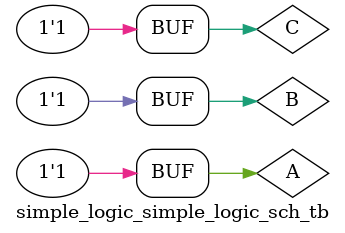
<source format=v>

`timescale 1ns / 1ps

module simple_logic_simple_logic_sch_tb();

// Inputs
   reg C;
   reg A;
   reg B;

// Output
   wire F;

// Bidirs

// Instantiate the UUT
   simple_logic UUT (
		.C(C), 
		.A(A), 
		.B(B), 
		.F(F)
   );
// Initialize Inputs
       initial begin
		$monitor("A=%b,B=%b,C=%b,F=%b",A,B,C,F);
		C = 0;
		A = 0;
		B = 0;
		//Wait 100ns for global reset to finish
		#100;
		//Test Setup
		A = 0; B = 0; C =1;
		#100;
		A = 0; B = 1; C =0;
		#100;
		A = 1; B = 0; C =0;
		#100;
		A = 1; B = 1; C =0;
		#100;
		A = 0; B = 1; C =1;
		#100;
		A = 1; B = 0; C =1;
		#100;
		A = 1; B = 1; C =1;
		#100;
		end
endmodule

</source>
